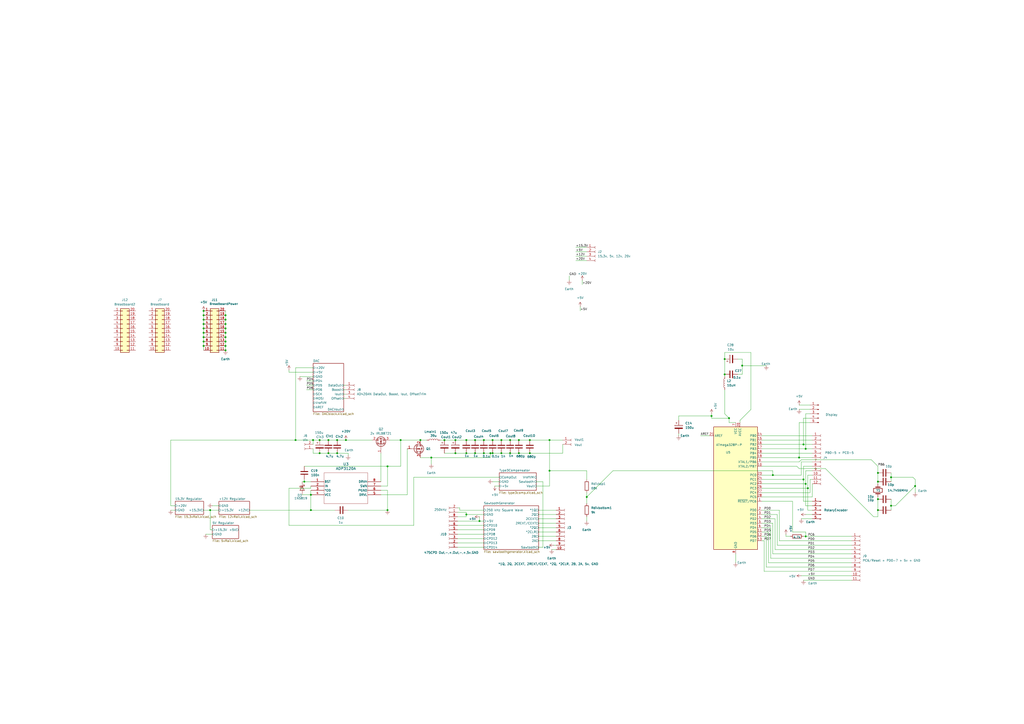
<source format=kicad_sch>
(kicad_sch (version 20250114) (generator "eeschema") (generator_version "9.0")
  (paper "A2")
  (lib_symbols
    (symbol "2025-05-23_17-29-28:ADP3120AJRZ-RL" (pin_names (offset 0.254))
      (property "Reference" "U" (at 20.32 10.16 0))
      (property "Value" "ADP3120AJRZ-RL" (at 20.32 7.62 0))
      (symbol "ADP3120AJRZ-RL_0_1"
        (pin unspecified line (at 0 0 0) (length 7.62) (name "BST") (number "1"))
        (pin input line (at 0 -2.54 0) (length 7.62) (name "IN") (number "2"))
        (pin output line (at 0 -5.08 0) (length 7.62) (name "*OD") (number "3"))
        (pin power_in line (at 0 -7.62 0) (length 7.62) (name "VCC") (number "4"))
        (pin output line (at 40.64 0 180) (length 7.62) (name "DRVH") (number "8"))
        (pin unspecified line (at 40.64 -2.54 180) (length 7.62) (name "SWN") (number "7"))
        (pin power_in line (at 40.64 -5.08 180) (length 7.62) (name "PGND") (number "6"))
        (pin output line (at 40.64 -7.62 180) (length 7.62) (name "DRVL") (number "5"))
      )
    )
    (symbol "Connector:Conn_01x02_Socket" (pin_names (offset 1.016) (hide yes))
      (property "Reference" "J" (at 0 2.54 0))
      (property "Value" "Conn_01x02_Socket" (at 0 -5.08 0))
      (symbol "Conn_01x02_Socket_1_1"
        (pin passive line (at -5.08 0 0) (length 3.81) (name "Pin_1") (number "1"))
        (pin passive line (at -5.08 -2.54 0) (length 3.81) (name "Pin_2") (number "2"))
      )
    )
    (symbol "Connector:Conn_01x04_Socket" (pin_names (offset 1.016) (hide yes))
      (property "Reference" "J" (at 0 5.08 0))
      (property "Value" "Conn_01x04_Socket" (at 0 -7.62 0))
      (symbol "Conn_01x04_Socket_1_1"
        (pin passive line (at -5.08 2.54 0) (length 3.81) (name "Pin_1") (number "1"))
        (pin passive line (at -5.08 0 0) (length 3.81) (name "Pin_2") (number "2"))
        (pin passive line (at -5.08 -2.54 0) (length 3.81) (name "Pin_3") (number "3"))
        (pin passive line (at -5.08 -5.08 0) (length 3.81) (name "Pin_4") (number "4"))
      )
    )
    (symbol "Connector:Conn_01x05_Pin" (pin_names (offset 1.016) (hide yes))
      (property "Reference" "J" (at 0 7.62 0))
      (property "Value" "Conn_01x05_Pin" (at 0 -7.62 0))
      (symbol "Conn_01x05_Pin_1_1"
        (pin passive line (at 5.08 5.08 180) (length 3.81) (name "Pin_1") (number "1"))
        (pin passive line (at 5.08 2.54 180) (length 3.81) (name "Pin_2") (number "2"))
        (pin passive line (at 5.08 0 180) (length 3.81) (name "Pin_3") (number "3"))
        (pin passive line (at 5.08 -2.54 180) (length 3.81) (name "Pin_4") (number "4"))
        (pin passive line (at 5.08 -5.08 180) (length 3.81) (name "Pin_5") (number "5"))
      )
    )
    (symbol "Connector:Conn_01x08_Socket" (pin_names (offset 1.016) (hide yes))
      (property "Reference" "J" (at 0 10.16 0))
      (property "Value" "Conn_01x08_Socket" (at 0 -12.7 0))
      (symbol "Conn_01x08_Socket_1_1"
        (pin passive line (at -5.08 7.62 0) (length 3.81) (name "Pin_1") (number "1"))
        (pin passive line (at -5.08 5.08 0) (length 3.81) (name "Pin_2") (number "2"))
        (pin passive line (at -5.08 2.54 0) (length 3.81) (name "Pin_3") (number "3"))
        (pin passive line (at -5.08 0 0) (length 3.81) (name "Pin_4") (number "4"))
        (pin passive line (at -5.08 -2.54 0) (length 3.81) (name "Pin_5") (number "5"))
        (pin passive line (at -5.08 -5.08 0) (length 3.81) (name "Pin_6") (number "6"))
        (pin passive line (at -5.08 -7.62 0) (length 3.81) (name "Pin_7") (number "7"))
        (pin passive line (at -5.08 -10.16 0) (length 3.81) (name "Pin_8") (number "8"))
      )
    )
    (symbol "Connector:Conn_01x10_Socket" (pin_names (offset 1.016) (hide yes))
      (property "Reference" "J" (at 0 12.7 0))
      (property "Value" "Conn_01x10_Socket" (at 0 -15.24 0))
      (symbol "Conn_01x10_Socket_1_1"
        (pin passive line (at -5.08 10.16 0) (length 3.81) (name "Pin_1") (number "1"))
        (pin passive line (at -5.08 7.62 0) (length 3.81) (name "Pin_2") (number "2"))
        (pin passive line (at -5.08 5.08 0) (length 3.81) (name "Pin_3") (number "3"))
        (pin passive line (at -5.08 2.54 0) (length 3.81) (name "Pin_4") (number "4"))
        (pin passive line (at -5.08 0 0) (length 3.81) (name "Pin_5") (number "5"))
        (pin passive line (at -5.08 -2.54 0) (length 3.81) (name "Pin_6") (number "6"))
        (pin passive line (at -5.08 -5.08 0) (length 3.81) (name "Pin_7") (number "7"))
        (pin passive line (at -5.08 -7.62 0) (length 3.81) (name "Pin_8") (number "8"))
        (pin passive line (at -5.08 -10.16 0) (length 3.81) (name "Pin_9") (number "9"))
        (pin passive line (at -5.08 -12.7 0) (length 3.81) (name "Pin_10") (number "10"))
      )
    )
    (symbol "Connector:Conn_01x11_Socket" (pin_names (offset 1.016) (hide yes))
      (property "Reference" "J" (at 0 15.24 0))
      (property "Value" "Conn_01x11_Socket" (at 0 -15.24 0))
      (symbol "Conn_01x11_Socket_1_1"
        (pin passive line (at -5.08 12.7 0) (length 3.81) (name "Pin_1") (number "1"))
        (pin passive line (at -5.08 10.16 0) (length 3.81) (name "Pin_2") (number "2"))
        (pin passive line (at -5.08 7.62 0) (length 3.81) (name "Pin_3") (number "3"))
        (pin passive line (at -5.08 5.08 0) (length 3.81) (name "Pin_4") (number "4"))
        (pin passive line (at -5.08 2.54 0) (length 3.81) (name "Pin_5") (number "5"))
        (pin passive line (at -5.08 0 0) (length 3.81) (name "Pin_6") (number "6"))
        (pin passive line (at -5.08 -2.54 0) (length 3.81) (name "Pin_7") (number "7"))
        (pin passive line (at -5.08 -5.08 0) (length 3.81) (name "Pin_8") (number "8"))
        (pin passive line (at -5.08 -7.62 0) (length 3.81) (name "Pin_9") (number "9"))
        (pin passive line (at -5.08 -10.16 0) (length 3.81) (name "Pin_10") (number "10"))
        (pin passive line (at -5.08 -12.7 0) (length 3.81) (name "Pin_11") (number "11"))
      )
    )
    (symbol "Connector:Conn_01x12_Socket" (pin_names (offset 1.016) (hide yes))
      (property "Reference" "J" (at 0 15.24 0))
      (property "Value" "Conn_01x12_Socket" (at 0 -17.78 0))
      (symbol "Conn_01x12_Socket_1_1"
        (pin passive line (at -5.08 12.7 0) (length 3.81) (name "Pin_1") (number "1"))
        (pin passive line (at -5.08 10.16 0) (length 3.81) (name "Pin_2") (number "2"))
        (pin passive line (at -5.08 7.62 0) (length 3.81) (name "Pin_3") (number "3"))
        (pin passive line (at -5.08 5.08 0) (length 3.81) (name "Pin_4") (number "4"))
        (pin passive line (at -5.08 2.54 0) (length 3.81) (name "Pin_5") (number "5"))
        (pin passive line (at -5.08 0 0) (length 3.81) (name "Pin_6") (number "6"))
        (pin passive line (at -5.08 -2.54 0) (length 3.81) (name "Pin_7") (number "7"))
        (pin passive line (at -5.08 -5.08 0) (length 3.81) (name "Pin_8") (number "8"))
        (pin passive line (at -5.08 -7.62 0) (length 3.81) (name "Pin_9") (number "9"))
        (pin passive line (at -5.08 -10.16 0) (length 3.81) (name "Pin_10") (number "10"))
        (pin passive line (at -5.08 -12.7 0) (length 3.81) (name "Pin_11") (number "11"))
        (pin passive line (at -5.08 -15.24 0) (length 3.81) (name "Pin_12") (number "12"))
      )
    )
    (symbol "Connector_Generic:Conn_02x10_Counter_Clockwise" (pin_names (offset 1.016) (hide yes))
      (property "Reference" "J" (at 1.27 12.7 0))
      (property "Value" "Conn_02x10_Counter_Clockwise" (at 1.27 -15.24 0))
      (symbol "Conn_02x10_Counter_Clockwise_1_1"
        (pin passive line (at -5.08 10.16 0) (length 3.81) (name "Pin_1") (number "1"))
        (pin passive line (at -5.08 7.62 0) (length 3.81) (name "Pin_2") (number "2"))
        (pin passive line (at -5.08 5.08 0) (length 3.81) (name "Pin_3") (number "3"))
        (pin passive line (at -5.08 2.54 0) (length 3.81) (name "Pin_4") (number "4"))
        (pin passive line (at -5.08 0 0) (length 3.81) (name "Pin_5") (number "5"))
        (pin passive line (at -5.08 -2.54 0) (length 3.81) (name "Pin_6") (number "6"))
        (pin passive line (at -5.08 -5.08 0) (length 3.81) (name "Pin_7") (number "7"))
        (pin passive line (at -5.08 -7.62 0) (length 3.81) (name "Pin_8") (number "8"))
        (pin passive line (at -5.08 -10.16 0) (length 3.81) (name "Pin_9") (number "9"))
        (pin passive line (at -5.08 -12.7 0) (length 3.81) (name "Pin_10") (number "10"))
        (pin passive line (at 7.62 10.16 180) (length 3.81) (name "Pin_20") (number "20"))
        (pin passive line (at 7.62 7.62 180) (length 3.81) (name "Pin_19") (number "19"))
        (pin passive line (at 7.62 5.08 180) (length 3.81) (name "Pin_18") (number "18"))
        (pin passive line (at 7.62 2.54 180) (length 3.81) (name "Pin_17") (number "17"))
        (pin passive line (at 7.62 0 180) (length 3.81) (name "Pin_16") (number "16"))
        (pin passive line (at 7.62 -2.54 180) (length 3.81) (name "Pin_15") (number "15"))
        (pin passive line (at 7.62 -5.08 180) (length 3.81) (name "Pin_14") (number "14"))
        (pin passive line (at 7.62 -7.62 180) (length 3.81) (name "Pin_13") (number "13"))
        (pin passive line (at 7.62 -10.16 180) (length 3.81) (name "Pin_12") (number "12"))
        (pin passive line (at 7.62 -12.7 180) (length 3.81) (name "Pin_11") (number "11"))
      )
    )
    (symbol "Device:C" (pin_numbers (hide yes)) (pin_names (offset 0.254))
      (property "Reference" "C" (at 0.635 2.54 0))
      (property "Value" "C" (at 0.635 -2.54 0))
      (symbol "C_1_1"
        (pin passive line (at 0 3.81 270) (length 2.794) (name "~") (number "1"))
        (pin passive line (at 0 -3.81 90) (length 2.794) (name "~") (number "2"))
      )
    )
    (symbol "Device:C_Polarized" (pin_numbers (hide yes)) (pin_names (offset 0.254))
      (property "Reference" "C" (at 0.635 2.54 0))
      (property "Value" "C_Polarized" (at 0.635 -2.54 0))
      (symbol "C_Polarized_1_1"
        (pin passive line (at 0 3.81 270) (length 2.794) (name "~") (number "1"))
        (pin passive line (at 0 -3.81 90) (length 2.794) (name "~") (number "2"))
      )
    )
    (symbol "Device:Crystal" (pin_numbers (hide yes)) (pin_names (offset 1.016) (hide yes))
      (property "Reference" "Y" (at 0 3.81 0))
      (property "Value" "Crystal" (at 0 -3.81 0))
      (symbol "Crystal_1_1"
        (pin passive line (at -3.81 0 0) (length 1.27) (name "1") (number "1"))
        (pin passive line (at 3.81 0 180) (length 1.27) (name "2") (number "2"))
      )
    )
    (symbol "Device:L" (pin_numbers (hide yes)) (pin_names (offset 1.016) (hide yes))
      (property "Reference" "L" (at -1.27 0 90))
      (property "Value" "L" (at 1.905 0 90))
      (symbol "L_1_1"
        (pin passive line (at 0 3.81 270) (length 1.27) (name "1") (number "1"))
        (pin passive line (at 0 -3.81 90) (length 1.27) (name "2") (number "2"))
      )
    )
    (symbol "Device:R" (pin_numbers (hide yes)) (pin_names (offset 0))
      (property "Reference" "R" (at 2.54 0 90))
      (property "Value" "R" (at 0 0 90))
      (symbol "R_1_1"
        (pin passive line (at 0 3.81 270) (length 1.27) (name "~") (number "1"))
        (pin passive line (at 0 -3.81 90) (length 1.27) (name "~") (number "2"))
      )
    )
    (symbol "Diode:1N5819" (pin_numbers (hide yes)) (pin_names (offset 1.016) (hide yes))
      (property "Reference" "D" (at 0 2.54 0))
      (property "Value" "1N5819" (at 0 -2.54 0))
      (symbol "1N5819_1_1"
        (pin passive line (at -3.81 0 0) (length 2.54) (name "K") (number "1"))
        (pin passive line (at 3.81 0 180) (length 2.54) (name "A") (number "2"))
      )
    )
    (symbol "MCU_Microchip_ATmega:ATmega328P-P"
      (property "Reference" "U" (at -12.7 36.83 0))
      (property "Value" "ATmega328P-P" (at 2.54 -36.83 0))
      (symbol "ATmega328P-P_1_1"
        (pin passive line (at -15.24 30.48 0) (length 2.54) (name "AREF") (number "21"))
        (pin power_in line (at 0 38.1 270) (length 2.54) (name "VCC") (number "7"))
        (pin passive line (at 0 -38.1 90) (length 2.54) (hide yes) (name "GND") (number "22"))
        (pin power_in line (at 0 -38.1 90) (length 2.54) (name "GND") (number "8"))
        (pin power_in line (at 2.54 38.1 270) (length 2.54) (name "AVCC") (number "20"))
        (pin bidirectional line (at 15.24 30.48 180) (length 2.54) (name "PB0") (number "14"))
        (pin bidirectional line (at 15.24 27.94 180) (length 2.54) (name "PB1") (number "15"))
        (pin bidirectional line (at 15.24 25.4 180) (length 2.54) (name "PB2") (number "16"))
        (pin bidirectional line (at 15.24 22.86 180) (length 2.54) (name "PB3") (number "17"))
        (pin bidirectional line (at 15.24 20.32 180) (length 2.54) (name "PB4") (number "18"))
        (pin bidirectional line (at 15.24 17.78 180) (length 2.54) (name "PB5") (number "19"))
        (pin bidirectional line (at 15.24 15.24 180) (length 2.54) (name "XTAL1/PB6") (number "9"))
        (pin bidirectional line (at 15.24 12.7 180) (length 2.54) (name "XTAL2/PB7") (number "10"))
        (pin bidirectional line (at 15.24 7.62 180) (length 2.54) (name "PC0") (number "23"))
        (pin bidirectional line (at 15.24 5.08 180) (length 2.54) (name "PC1") (number "24"))
        (pin bidirectional line (at 15.24 2.54 180) (length 2.54) (name "PC2") (number "25"))
        (pin bidirectional line (at 15.24 0 180) (length 2.54) (name "PC3") (number "26"))
        (pin bidirectional line (at 15.24 -2.54 180) (length 2.54) (name "PC4") (number "27"))
        (pin bidirectional line (at 15.24 -5.08 180) (length 2.54) (name "PC5") (number "28"))
        (pin bidirectional line (at 15.24 -7.62 180) (length 2.54) (name "~{RESET}/PC6") (number "1"))
        (pin bidirectional line (at 15.24 -12.7 180) (length 2.54) (name "PD0") (number "2"))
        (pin bidirectional line (at 15.24 -15.24 180) (length 2.54) (name "PD1") (number "3"))
        (pin bidirectional line (at 15.24 -17.78 180) (length 2.54) (name "PD2") (number "4"))
        (pin bidirectional line (at 15.24 -20.32 180) (length 2.54) (name "PD3") (number "5"))
        (pin bidirectional line (at 15.24 -22.86 180) (length 2.54) (name "PD4") (number "6"))
        (pin bidirectional line (at 15.24 -25.4 180) (length 2.54) (name "PD5") (number "11"))
        (pin bidirectional line (at 15.24 -27.94 180) (length 2.54) (name "PD6") (number "12"))
        (pin bidirectional line (at 15.24 -30.48 180) (length 2.54) (name "PD7") (number "13"))
      )
    )
    (symbol "Transistor_FET:IRLB8721PBF" (pin_names (hide yes))
      (property "Reference" "Q" (at 5.08 1.905 0))
      (property "Value" "IRLB8721PBF" (at 5.08 0 0))
      (symbol "IRLB8721PBF_1_1"
        (pin input line (at -5.08 0 0) (length 2.54) (name "G") (number "1"))
        (pin passive line (at 2.54 5.08 270) (length 2.54) (name "D") (number "2"))
        (pin passive line (at 2.54 -5.08 90) (length 2.54) (name "S") (number "3"))
      )
    )
    (symbol "power:+24V" (power) (pin_numbers (hide yes)) (pin_names (offset 0) (hide yes))
      (property "Value" "+24V" (at 0 3.556 0))
      (symbol "+24V_1_1"
        (pin power_in line (at 0 0 90) (length 0) (name "~") (number "1"))
      )
    )
    (symbol "power:+5V" (power) (pin_numbers (hide yes)) (pin_names (offset 0) (hide yes))
      (property "Value" "+5V" (at 0 3.556 0))
      (symbol "+5V_1_1"
        (pin power_in line (at 0 0 90) (length 0) (name "~") (number "1"))
      )
    )
    (symbol "power:Earth" (power) (pin_numbers (hide yes)) (pin_names (offset 0) (hide yes))
      (property "Value" "Earth" (at 0 -3.81 0))
      (symbol "Earth_1_1"
        (pin power_in line (at 0 0 270) (length 0) (name "~") (number "1"))
      )
    )
  )
  (text "Added lowpass from Vcc to AVcc 7/2\n" (at -72.39 134.62 0) (effects (font (size 1.27 1.27))))
  (text "Read datasheet for specifics on layout and values as well as communication\n\n" (at -76.962 161.544 0) (effects (font (size 1.27 1.27))))
  (text "LowPass filter for Analog sensitive AVCC,\nplace 10uF a little away from the lowpass with 0.1uF and 10uH" (at -73.152 85.598 0) (effects (font (size 1.27 1.27))))
  (text "needs connect to ad420 for precision 2.5vref\n" (at -71.628 154.432 0) (effects (font (size 1.27 1.27))))
  (text "Aref ideally should be close to 2.5v, although measurement will be needed to confirm, \nand exact resistance of the divider at the buffer can be adjusted" (at -74.422 98.806 0) (effects (font (size 1.27 1.27))))
  (text "From what I last remember, this sawtooth has 2.25v amplitude. Will need to test on PCB and possibly adjust the resistors." (at -71.12 192.786 0) (effects (font (size 1.27 1.27))))
  (text "Need to add AT LEAST!!! (1.3W dissipation out of 2W rating if 10ohm)\n50 or 100ohm resistor in series with pot so at lower end, not much power dissipates.\nCould just do a 10k or higher and just map pot adc range differently, \nI already need to for the 8.2 and 10.05k ohm bias, \nmight as well with an extra 10k, but be precise." (at -76.2 120.396 0) (effects (font (size 1.27 1.27))))
  (text "This maps 20v to 0-2.3v for ADC (if displaying output, instead of setpoint)\n" (at -74.93 107.696 0) (effects (font (size 1.27 1.27))))
  (text "Added reset pullup, potbias resistor, adc pc0 read\n7/1" (at -69.342 143.764 0) (effects (font (size 1.27 1.27))))
  (text "15.3v if exactly 2.7k (no more!!)\n" (at -78.232 170.688 0) (effects (font (size 1.27 1.27))))
  (text "250kHz square wave input" (at -83.058 180.086 0) (effects (font (size 1.27 1.27))))
  (junction (at 118.11 185.42))
  (junction (at 307.34 262.89))
  (junction (at 516.89 293.37))
  (junction (at 422.91 242.57))
  (junction (at 130.81 200.66))
  (junction (at 250.19 265.43))
  (junction (at 284.48 262.89))
  (junction (at 278.13 302.26))
  (junction (at 420.37 217.17))
  (junction (at 467.36 260.35))
  (junction (at 118.11 195.58))
  (junction (at 130.81 187.96))
  (junction (at 318.77 273.05))
  (junction (at 300.99 255.27))
  (junction (at 118.11 182.88))
  (junction (at 118.11 198.12))
  (junction (at 171.45 255.27))
  (junction (at 190.5 262.89))
  (junction (at 190.5 255.27))
  (junction (at 270.51 255.27))
  (junction (at 118.11 200.66))
  (junction (at 224.79 295.91))
  (junction (at 509.27 295.91))
  (junction (at 467.36 311.15))
  (junction (at 185.42 255.27))
  (junction (at 285.75 255.27))
  (junction (at 307.34 255.27))
  (junction (at 195.58 255.27))
  (junction (at 295.91 255.27))
  (junction (at 118.11 193.04))
  (junction (at 118.11 190.5))
  (junction (at 280.67 262.89))
  (junction (at 130.81 190.5))
  (junction (at 130.81 198.12))
  (junction (at 130.81 203.2))
  (junction (at 195.58 262.89))
  (junction (at 285.75 262.89))
  (junction (at 509.27 274.32))
  (junction (at 466.09 257.81))
  (junction (at 275.59 255.27))
  (junction (at 530.86 281.94))
  (junction (at 412.75 241.3))
  (junction (at 176.53 279.4))
  (junction (at 420.37 208.28))
  (junction (at 118.11 187.96))
  (junction (at 130.81 193.04))
  (junction (at 468.63 283.21))
  (junction (at 270.51 262.89))
  (junction (at 467.36 280.67))
  (junction (at 340.36 288.29))
  (junction (at 290.83 262.89))
  (junction (at 466.09 278.13))
  (junction (at 180.34 295.91))
  (junction (at 509.27 289.56))
  (junction (at 257.81 255.27))
  (junction (at 318.77 255.27))
  (junction (at 300.99 262.89))
  (junction (at 185.42 262.89))
  (junction (at 270.51 298.45))
  (junction (at 264.16 255.27))
  (junction (at 243.84 255.27))
  (junction (at 275.59 262.89))
  (junction (at 121.92 295.91))
  (junction (at 181.61 255.27))
  (junction (at 232.41 255.27))
  (junction (at 430.53 212.09))
  (junction (at 180.34 287.02))
  (junction (at 463.55 265.43))
  (junction (at 200.66 255.27))
  (junction (at 509.27 279.4))
  (junction (at 448.31 275.59))
  (junction (at 280.67 255.27))
  (junction (at 130.81 195.58))
  (junction (at 224.79 270.51))
  (junction (at 118.11 180.34))
  (junction (at 130.81 182.88))
  (junction (at 516.89 276.86))
  (junction (at 264.16 262.89))
  (junction (at 130.81 185.42))
  (junction (at 290.83 255.27))
  (junction (at 295.91 262.89))
  (wire (pts (xy 506.73 299.72) (xy 509.27 299.72)))
  (wire (pts (xy 393.7 251.46) (xy 393.7 252.73)))
  (wire (pts (xy 250.19 265.43) (xy 284.48 265.43)))
  (wire (pts (xy 266.7 294.64) (xy 266.7 295.91)))
  (wire (pts (xy 318.77 255.27) (xy 326.39 255.27)))
  (wire (pts (xy 334.01 143.51) (xy 340.36 143.51)))
  (wire (pts (xy 275.59 262.89) (xy 280.67 262.89)))
  (wire (pts (xy 466.09 278.13) (xy 466.09 290.83)))
  (wire (pts (xy 265.43 312.42) (xy 280.67 312.42)))
  (wire (pts (xy 285.75 262.89) (xy 290.83 262.89)))
  (wire (pts (xy 516.89 293.37) (xy 516.89 295.91)))
  (wire (pts (xy 530.86 278.13) (xy 529.59 276.86)))
  (wire (pts (xy 393.7 241.3) (xy 412.75 241.3)))
  (wire (pts (xy 264.16 255.27) (xy 270.51 255.27)))
  (wire (pts (xy 467.36 273.05) (xy 471.17 273.05)))
  (wire (pts (xy 240.03 276.86) (xy 240.03 304.8)))
  (wire (pts (xy 236.22 260.35) (xy 236.22 287.02)))
  (wire (pts (xy 121.92 307.34) (xy 121.92 295.91)))
  (wire (pts (xy 516.89 293.37) (xy 519.43 293.37)))
  (wire (pts (xy 509.27 289.56) (xy 509.27 295.91)))
  (wire (pts (xy 445.77 308.61) (xy 445.77 326.39)))
  (wire (pts (xy 185.42 262.89) (xy 190.5 262.89)))
  (wire (pts (xy 200.66 255.27) (xy 215.9 255.27)))
  (wire (pts (xy 334.01 148.59) (xy 340.36 148.59)))
  (wire (pts (xy 300.99 255.27) (xy 307.34 255.27)))
  (wire (pts (xy 118.11 180.34) (xy 118.11 182.88)))
  (wire (pts (xy 422.91 245.11) (xy 426.72 245.11)))
  (wire (pts (xy 519.43 293.37) (xy 530.86 281.94)))
  (wire (pts (xy 448.31 303.53) (xy 448.31 321.31)))
  (wire (pts (xy 265.43 307.34) (xy 280.67 307.34)))
  (wire (pts (xy 340.36 285.75) (xy 340.36 288.29)))
  (wire (pts (xy 118.11 187.96) (xy 118.11 190.5)))
  (wire (pts (xy 167.64 215.9) (xy 167.64 214.63)))
  (wire (pts (xy 467.36 273.05) (xy 467.36 280.67)))
  (wire (pts (xy 464.82 266.7) (xy 505.46 266.7)))
  (wire (pts (xy 509.27 274.32) (xy 509.27 279.4)))
  (wire (pts (xy 340.36 288.29) (xy 340.36 292.1)))
  (wire (pts (xy 220.98 262.89) (xy 220.98 279.4)))
  (wire (pts (xy 412.75 242.57) (xy 422.91 242.57)))
  (wire (pts (xy 463.55 245.11) (xy 463.55 265.43)))
  (wire (pts (xy 278.13 302.26) (xy 280.67 302.26)))
  (wire (pts (xy 265.43 297.18) (xy 270.51 297.18)))
  (wire (pts (xy 180.34 284.48) (xy 180.34 287.02)))
  (wire (pts (xy 441.96 285.75) (xy 469.9 285.75)))
  (wire (pts (xy 426.72 321.31) (xy 426.72 326.39)))
  (wire (pts (xy 130.81 200.66) (xy 130.81 203.2)))
  (wire (pts (xy 180.34 283.21) (xy 180.34 281.94)))
  (wire (pts (xy 123.19 293.37) (xy 127 293.37)))
  (wire (pts (xy 195.58 255.27) (xy 200.66 255.27)))
  (wire (pts (xy 466.09 257.81) (xy 471.17 257.81)))
  (wire (pts (xy 516.89 276.86) (xy 516.89 274.32)))
  (wire (pts (xy 441.96 290.83) (xy 459.74 290.83)))
  (wire (pts (xy 441.96 267.97) (xy 463.55 267.97)))
  (wire (pts (xy 441.96 275.59) (xy 448.31 275.59)))
  (wire (pts (xy 505.46 266.7) (xy 509.27 270.51)))
  (wire (pts (xy 468.63 295.91) (xy 471.17 295.91)))
  (wire (pts (xy 467.36 280.67) (xy 467.36 293.37)))
  (wire (pts (xy 130.81 185.42) (xy 130.81 187.96)))
  (wire (pts (xy 463.55 265.43) (xy 471.17 265.43)))
  (wire (pts (xy 441.96 262.89) (xy 471.17 262.89)))
  (wire (pts (xy 123.19 307.34) (xy 121.92 307.34)))
  (wire (pts (xy 257.81 255.27) (xy 264.16 255.27)))
  (wire (pts (xy 285.75 255.27) (xy 290.83 255.27)))
  (wire (pts (xy 224.79 270.51) (xy 224.79 281.94)))
  (wire (pts (xy 118.11 295.91) (xy 121.92 295.91)))
  (wire (pts (xy 175.26 287.02) (xy 180.34 287.02)))
  (wire (pts (xy 448.31 273.05) (xy 355.6 273.05)))
  (wire (pts (xy 516.89 276.86) (xy 529.59 276.86)))
  (wire (pts (xy 284.48 262.89) (xy 280.67 262.89)))
  (wire (pts (xy 530.86 278.13) (xy 530.86 281.94)))
  (wire (pts (xy 226.06 255.27) (xy 232.41 255.27)))
  (wire (pts (xy 240.03 304.8) (xy 167.64 304.8)))
  (wire (pts (xy 199.39 228.6) (xy 200.66 228.6)))
  (wire (pts (xy 412.75 240.03) (xy 412.75 241.3)))
  (wire (pts (xy 311.15 281.94) (xy 318.77 281.94)))
  (wire (pts (xy 307.34 255.27) (xy 318.77 255.27)))
  (wire (pts (xy 441.96 280.67) (xy 467.36 280.67)))
  (wire (pts (xy 412.75 241.3) (xy 412.75 242.57)))
  (wire (pts (xy 195.58 262.89) (xy 201.93 262.89)))
  (wire (pts (xy 289.56 281.94) (xy 287.02 281.94)))
  (wire (pts (xy 441.96 265.43) (xy 463.55 265.43)))
  (wire (pts (xy 290.83 262.89) (xy 295.91 262.89)))
  (wire (pts (xy 355.6 273.05) (xy 340.36 288.29)))
  (wire (pts (xy 467.36 311.15) (xy 494.03 311.15)))
  (wire (pts (xy 462.28 270.51) (xy 463.55 271.78)))
  (wire (pts (xy 443.23 313.69) (xy 443.23 331.47)))
  (wire (pts (xy 466.09 270.51) (xy 471.17 270.51)))
  (wire (pts (xy 452.12 313.69) (xy 494.03 313.69)))
  (wire (pts (xy 307.34 262.89) (xy 326.39 262.89)))
  (wire (pts (xy 435.61 237.49) (xy 429.26 243.84)))
  (wire (pts (xy 441.96 288.29) (xy 471.17 288.29)))
  (wire (pts (xy 295.91 262.89) (xy 300.99 262.89)))
  (wire (pts (xy 471.17 280.67) (xy 471.17 288.29)))
  (wire (pts (xy 406.4 252.73) (xy 411.48 252.73)))
  (wire (pts (xy 463.55 234.95) (xy 469.9 234.95)))
  (wire (pts (xy 509.27 279.4) (xy 509.27 280.67)))
  (wire (pts (xy 321.31 316.23) (xy 322.58 316.23)))
  (wire (pts (xy 171.45 213.36) (xy 171.45 255.27)))
  (wire (pts (xy 177.8 223.52) (xy 181.61 223.52)))
  (wire (pts (xy 450.85 316.23) (xy 494.03 316.23)))
  (wire (pts (xy 270.51 299.72) (xy 265.43 299.72)))
  (wire (pts (xy 280.67 255.27) (xy 285.75 255.27)))
  (wire (pts (xy 181.61 215.9) (xy 167.64 215.9)))
  (wire (pts (xy 130.81 190.5) (xy 130.81 193.04)))
  (wire (pts (xy 167.64 283.21) (xy 180.34 283.21)))
  (wire (pts (xy 430.53 212.09) (xy 430.53 217.17)))
  (wire (pts (xy 130.81 180.34) (xy 130.81 182.88)))
  (wire (pts (xy 441.96 252.73) (xy 471.17 252.73)))
  (wire (pts (xy 181.61 213.36) (xy 171.45 213.36)))
  (wire (pts (xy 312.42 313.69) (xy 322.58 313.69)))
  (wire (pts (xy 435.61 204.47) (xy 420.37 204.47)))
  (wire (pts (xy 118.11 195.58) (xy 118.11 198.12)))
  (wire (pts (xy 250.19 269.24) (xy 250.19 265.43)))
  (wire (pts (xy 449.58 318.77) (xy 494.03 318.77)))
  (wire (pts (xy 334.01 146.05) (xy 340.36 146.05)))
  (wire (pts (xy 118.11 182.88) (xy 118.11 185.42)))
  (wire (pts (xy 509.27 288.29) (xy 509.27 289.56)))
  (wire (pts (xy 337.82 162.56) (xy 337.82 165.1)))
  (wire (pts (xy 466.09 270.51) (xy 466.09 278.13)))
  (wire (pts (xy 468.63 275.59) (xy 468.63 283.21)))
  (wire (pts (xy 232.41 255.27) (xy 232.41 270.51)))
  (wire (pts (xy 441.96 260.35) (xy 467.36 260.35)))
  (wire (pts (xy 430.53 208.28) (xy 430.53 212.09)))
  (wire (pts (xy 270.51 298.45) (xy 270.51 299.72)))
  (wire (pts (xy 516.89 279.4) (xy 516.89 276.86)))
  (wire (pts (xy 130.81 182.88) (xy 130.81 185.42)))
  (wire (pts (xy 420.37 217.17) (xy 420.37 218.44)))
  (wire (pts (xy 441.96 303.53) (xy 448.31 303.53)))
  (wire (pts (xy 444.5 328.93) (xy 494.03 328.93)))
  (wire (pts (xy 224.79 281.94) (xy 220.98 281.94)))
  (wire (pts (xy 314.96 279.4) (xy 311.15 279.4)))
  (wire (pts (xy 144.78 295.91) (xy 180.34 295.91)))
  (wire (pts (xy 295.91 255.27) (xy 300.99 255.27)))
  (wire (pts (xy 176.53 278.13) (xy 176.53 279.4)))
  (wire (pts (xy 448.31 273.05) (xy 448.31 275.59)))
  (wire (pts (xy 443.23 331.47) (xy 494.03 331.47)))
  (wire (pts (xy 441.96 306.07) (xy 447.04 306.07)))
  (wire (pts (xy 312.42 308.61) (xy 322.58 308.61)))
  (wire (pts (xy 173.99 218.44) (xy 181.61 218.44)))
  (wire (pts (xy 441.96 257.81) (xy 466.09 257.81)))
  (wire (pts (xy 430.53 212.09) (xy 444.5 212.09)))
  (wire (pts (xy 289.56 276.86) (xy 240.03 276.86)))
  (wire (pts (xy 265.43 317.5) (xy 280.67 317.5)))
  (wire (pts (xy 445.77 326.39) (xy 494.03 326.39)))
  (wire (pts (xy 450.85 316.23) (xy 450.85 298.45)))
  (wire (pts (xy 312.42 303.53) (xy 322.58 303.53)))
  (wire (pts (xy 441.96 300.99) (xy 449.58 300.99)))
  (wire (pts (xy 265.43 294.64) (xy 266.7 294.64)))
  (wire (pts (xy 265.43 304.8) (xy 280.67 304.8)))
  (wire (pts (xy 448.31 275.59) (xy 464.82 275.59)))
  (wire (pts (xy 441.96 270.51) (xy 462.28 270.51)))
  (wire (pts (xy 467.36 240.03) (xy 467.36 260.35)))
  (wire (pts (xy 220.98 284.48) (xy 224.79 284.48)))
  (wire (pts (xy 312.42 317.5) (xy 314.96 317.5)))
  (wire (pts (xy 318.77 281.94) (xy 318.77 273.05)))
  (wire (pts (xy 312.42 300.99) (xy 322.58 300.99)))
  (wire (pts (xy 130.81 195.58) (xy 130.81 198.12)))
  (wire (pts (xy 99.06 293.37) (xy 99.06 255.27)))
  (wire (pts (xy 330.2 160.02) (xy 330.2 162.56)))
  (wire (pts (xy 243.84 265.43) (xy 250.19 265.43)))
  (wire (pts (xy 275.59 255.27) (xy 280.67 255.27)))
  (wire (pts (xy 441.96 313.69) (xy 443.23 313.69)))
  (wire (pts (xy 427.99 217.17) (xy 430.53 217.17)))
  (wire (pts (xy 99.06 255.27) (xy 171.45 255.27)))
  (wire (pts (xy 466.09 311.15) (xy 467.36 311.15)))
  (wire (pts (xy 130.81 187.96) (xy 130.81 190.5)))
  (wire (pts (xy 466.09 242.57) (xy 466.09 257.81)))
  (wire (pts (xy 464.82 267.97) (xy 471.17 267.97)))
  (wire (pts (xy 266.7 295.91) (xy 280.67 295.91)))
  (wire (pts (xy 455.93 311.15) (xy 458.47 311.15)))
  (wire (pts (xy 463.55 267.97) (xy 464.82 266.7)))
  (wire (pts (xy 181.61 262.89) (xy 185.42 262.89)))
  (wire (pts (xy 441.96 283.21) (xy 468.63 283.21)))
  (wire (pts (xy 469.9 278.13) (xy 469.9 285.75)))
  (wire (pts (xy 463.55 245.11) (xy 469.9 245.11)))
  (wire (pts (xy 284.48 262.89) (xy 284.48 265.43)))
  (wire (pts (xy 320.04 318.77) (xy 322.58 318.77)))
  (wire (pts (xy 118.11 193.04) (xy 118.11 195.58)))
  (wire (pts (xy 448.31 321.31) (xy 494.03 321.31)))
  (wire (pts (xy 176.53 270.51) (xy 224.79 270.51)))
  (wire (pts (xy 177.8 226.06) (xy 181.61 226.06)))
  (wire (pts (xy 467.36 298.45) (xy 471.17 298.45)))
  (wire (pts (xy 270.51 298.45) (xy 280.67 298.45)))
  (wire (pts (xy 130.81 193.04) (xy 130.81 195.58)))
  (wire (pts (xy 455.93 309.88) (xy 455.93 311.15)))
  (wire (pts (xy 118.11 198.12) (xy 118.11 200.66)))
  (wire (pts (xy 181.61 262.89) (xy 181.61 260.35)))
  (wire (pts (xy 393.7 241.3) (xy 393.7 243.84)))
  (wire (pts (xy 185.42 255.27) (xy 190.5 255.27)))
  (wire (pts (xy 99.06 295.91) (xy 101.6 295.91)))
  (wire (pts (xy 199.39 231.14) (xy 200.66 231.14)))
  (wire (pts (xy 463.55 237.49) (xy 469.9 237.49)))
  (wire (pts (xy 175.26 279.4) (xy 176.53 279.4)))
  (wire (pts (xy 427.99 208.28) (xy 430.53 208.28)))
  (wire (pts (xy 467.36 308.61) (xy 467.36 311.15)))
  (wire (pts (xy 441.96 295.91) (xy 452.12 295.91)))
  (wire (pts (xy 265.43 302.26) (xy 278.13 302.26)))
  (wire (pts (xy 420.37 208.28) (xy 420.37 217.17)))
  (wire (pts (xy 167.64 304.8) (xy 167.64 283.21)))
  (wire (pts (xy 530.86 281.94) (xy 530.86 285.75)))
  (wire (pts (xy 300.99 262.89) (xy 307.34 262.89)))
  (wire (pts (xy 441.96 308.61) (xy 445.77 308.61)))
  (wire (pts (xy 270.51 255.27) (xy 275.59 255.27)))
  (wire (pts (xy 199.39 223.52) (xy 200.66 223.52)))
  (wire (pts (xy 265.43 309.88) (xy 280.67 309.88)))
  (wire (pts (xy 118.11 185.42) (xy 118.11 187.96)))
  (wire (pts (xy 318.77 273.05) (xy 340.36 273.05)))
  (wire (pts (xy 459.74 308.61) (xy 467.36 308.61)))
  (wire (pts (xy 447.04 323.85) (xy 447.04 306.07)))
  (wire (pts (xy 516.89 289.56) (xy 516.89 293.37)))
  (wire (pts (xy 121.92 295.91) (xy 127 295.91)))
  (wire (pts (xy 176.53 279.4) (xy 180.34 279.4)))
  (wire (pts (xy 243.84 255.27) (xy 247.65 255.27)))
  (wire (pts (xy 290.83 255.27) (xy 295.91 255.27)))
  (wire (pts (xy 265.43 314.96) (xy 280.67 314.96)))
  (wire (pts (xy 444.5 311.15) (xy 444.5 328.93)))
  (wire (pts (xy 468.63 283.21) (xy 468.63 295.91)))
  (wire (pts (xy 466.09 290.83) (xy 471.17 290.83)))
  (wire (pts (xy 441.96 255.27) (xy 471.17 255.27)))
  (wire (pts (xy 255.27 255.27) (xy 257.81 255.27)))
  (wire (pts (xy 171.45 255.27) (xy 181.61 255.27)))
  (wire (pts (xy 468.63 275.59) (xy 471.17 275.59)))
  (wire (pts (xy 466.09 242.57) (xy 469.9 242.57)))
  (wire (pts (xy 459.74 290.83) (xy 459.74 308.61)))
  (wire (pts (xy 326.39 262.89) (xy 326.39 257.81)))
  (wire (pts (xy 449.58 300.99) (xy 449.58 318.77)))
  (wire (pts (xy 463.55 271.78) (xy 478.79 271.78)))
  (wire (pts (xy 123.19 309.88) (xy 119.38 309.88)))
  (wire (pts (xy 270.51 297.18) (xy 270.51 298.45)))
  (wire (pts (xy 312.42 298.45) (xy 322.58 298.45)))
  (wire (pts (xy 284.48 262.89) (xy 285.75 262.89)))
  (wire (pts (xy 420.37 240.03) (xy 422.91 242.57)))
  (wire (pts (xy 220.98 287.02) (xy 236.22 287.02)))
  (wire (pts (xy 190.5 255.27) (xy 195.58 255.27)))
  (wire (pts (xy 270.51 262.89) (xy 275.59 262.89)))
  (wire (pts (xy 336.55 177.8) (xy 336.55 180.34)))
  (wire (pts (xy 464.82 267.97) (xy 464.82 275.59)))
  (wire (pts (xy 181.61 257.81) (xy 181.61 255.27)))
  (wire (pts (xy 118.11 200.66) (xy 118.11 203.2)))
  (wire (pts (xy 177.8 220.98) (xy 181.61 220.98)))
  (wire (pts (xy 478.79 271.78) (xy 506.73 299.72)))
  (wire (pts (xy 334.01 151.13) (xy 340.36 151.13)))
  (wire (pts (xy 312.42 295.91) (xy 322.58 295.91)))
  (wire (pts (xy 224.79 284.48) (xy 224.79 295.91)))
  (wire (pts (xy 180.34 295.91) (xy 194.31 295.91)))
  (wire (pts (xy 509.27 299.72) (xy 509.27 295.91)))
  (wire (pts (xy 429.26 243.84) (xy 429.26 245.11)))
  (wire (pts (xy 340.36 299.72) (xy 340.36 302.26)))
  (wire (pts (xy 180.34 287.02) (xy 180.34 295.91)))
  (wire (pts (xy 447.04 323.85) (xy 494.03 323.85)))
  (wire (pts (xy 312.42 306.07) (xy 322.58 306.07)))
  (wire (pts (xy 190.5 262.89) (xy 195.58 262.89)))
  (wire (pts (xy 278.13 299.72) (xy 278.13 302.26)))
  (wire (pts (xy 464.82 300.99) (xy 471.17 300.99)))
  (wire (pts (xy 422.91 242.57) (xy 422.91 245.11)))
  (wire (pts (xy 467.36 293.37) (xy 471.17 293.37)))
  (wire (pts (xy 509.27 270.51) (xy 509.27 274.32)))
  (wire (pts (xy 464.82 334.01) (xy 494.03 334.01)))
  (wire (pts (xy 452.12 295.91) (xy 452.12 313.69)))
  (wire (pts (xy 340.36 273.05) (xy 340.36 278.13)))
  (wire (pts (xy 181.61 255.27) (xy 185.42 255.27)))
  (wire (pts (xy 467.36 260.35) (xy 471.17 260.35)))
  (wire (pts (xy 264.16 262.89) (xy 270.51 262.89)))
  (wire (pts (xy 314.96 279.4) (xy 314.96 317.5)))
  (wire (pts (xy 224.79 295.91) (xy 201.93 295.91)))
  (wire (pts (xy 101.6 293.37) (xy 99.06 293.37)))
  (wire (pts (xy 118.11 190.5) (xy 118.11 193.04)))
  (wire (pts (xy 420.37 204.47) (xy 420.37 208.28)))
  (wire (pts (xy 257.81 262.89) (xy 264.16 262.89)))
  (wire (pts (xy 420.37 226.06) (xy 420.37 240.03)))
  (wire (pts (xy 199.39 226.06) (xy 200.66 226.06)))
  (wire (pts (xy 466.09 336.55) (xy 494.03 336.55)))
  (wire (pts (xy 201.93 262.89) (xy 201.93 264.16)))
  (wire (pts (xy 232.41 270.51) (xy 224.79 270.51)))
  (wire (pts (xy 441.96 311.15) (xy 444.5 311.15)))
  (wire (pts (xy 130.81 198.12) (xy 130.81 200.66)))
  (wire (pts (xy 469.9 278.13) (xy 471.17 278.13)))
  (wire (pts (xy 441.96 298.45) (xy 450.85 298.45)))
  (wire (pts (xy 312.42 311.15) (xy 322.58 311.15)))
  (wire (pts (xy 318.77 273.05) (xy 318.77 255.27)))
  (wire (pts (xy 441.96 278.13) (xy 466.09 278.13)))
  (wire (pts (xy 232.41 255.27) (xy 243.84 255.27)))
  (wire (pts (xy 435.61 204.47) (xy 435.61 237.49)))
  (wire (pts (xy 289.56 279.4) (xy 285.75 279.4)))
  (wire (pts (xy 467.36 240.03) (xy 469.9 240.03)))
  (label "+5V" (at 468.63 334.01 0))
  (label "PD6" (at 443.23 311.15 0))
  (label "PD4" (at 468.63 323.85 0))
  (label "GND" (at 330.2 160.02 0))
  (label "PD2" (at 443.23 300.99 0))
  (label "PD1" (at 468.63 316.23 0))
  (label "PD5" (at 443.23 308.61 0))
  (label "PD6" (at 468.63 328.93 0))
  (label "+12V" (at 334.01 148.59 0))
  (label "+5V" (at 334.01 146.05 0))
  (label "PD7" (at 468.63 331.47 0))
  (label "PD1" (at 443.23 298.45 0))
  (label "PD5" (at 468.63 326.39 0))
  (label "+20V" (at 337.82 165.1 0))
  (label "PD2" (at 468.63 318.77 0))
  (label "PD4" (at 443.23 306.07 0))
  (label "AREF" (at 406.4 252.73 0))
  (label "PC6" (at 468.63 311.15 0))
  (label "+20V" (at 334.01 151.13 0))
  (label "GND" (at 468.63 336.55 0))
  (label "PD6" (at 177.8 226.06 0))
  (label "+5V" (at 336.55 180.34 0))
  (label "PB6" (at 509.27 270.51 0))
  (label "PD0" (at 468.63 313.69 0))
  (label "PD3" (at 443.23 303.53 0))
  (label "PD0" (at 443.23 295.91 0))
  (label "PD7" (at 443.23 313.69 0))
  (label "PD5" (at 177.8 223.52 0))
  (label "PD3" (at 468.63 321.31 0))
  (label "PD4" (at 177.8 220.98 0))
  (label "+15.3V" (at 334.01 143.51 0))
  (symbol (lib_id "Transistor_FET:IRLB8721PBF") (at 220.98 257.81 90) (unit 1)
    (property "Reference" "Q2" (at 220.98 248.92 90))
    (property "Value" "2x IRLB8721" (at 220.98 251.46 90))
    (property "Footprint" "Package_TO_SOT_THT:TO-220-3_Vertical" (effects (hide yes)))
    (property "Datasheet" "http://www.infineon.com/dgdl/irlb8721pbf.pdf?fileId=5546d462533600a40153566056732591" (effects (hide yes)))
    (property "Description" "62A Id, 30V Vds, 8.7 mOhm Rds, N-Channel HEXFET Power MOSFET, TO-220" (effects (hide yes)))
  )
  (symbol (lib_id "power:Earth") (at 224.79 295.91 0) (unit 1)
    (property "Reference" "#PWR025" (effects (hide yes)))
    (property "Value" "Earth" (effects (hide yes)))
    (property "Description" "Power symbol creates a global label with name \"Earth\"" (effects (hide yes)))
  )
  (symbol (lib_id "Device:C_Polarized") (at 185.42 259.08 0) (unit 1)
    (property "Reference" "Cin3" (at 183.388 253.492 0) (effects (justify left)))
    (property "Value" "150u" (at 182.626 250.952 0) (effects (justify left)))
    (property "Footprint" "Capacitor_THT:CP_Radial_D10.0mm_P5.00mm" (effects (hide yes)))
    (property "Description" "Polarized capacitor" (effects (hide yes)))
  )
  (symbol (lib_id "Device:C") (at 307.34 259.08 0) (unit 1)
    (property "Reference" "Cout10" (at 303.53 252.73 0) (effects (justify left)))
    (property "Value" "680p" (at 305.816 264.922 0) (effects (justify left)))
    (property "Footprint" "Capacitor_SMD:C_1206_3216Metric" (effects (hide yes)))
    (property "Description" "Unpolarized capacitor" (effects (hide yes)))
  )
  (symbol (lib_id "Device:R") (at 340.36 295.91 0) (unit 1)
    (property "Reference" "Rdivbottom1" (at 342.9 294.6399 0) (effects (justify left)))
    (property "Value" "9k" (at 342.9 297.1799 0) (effects (justify left)))
    (property "Footprint" "Resistor_SMD:R_1206_3216Metric" (effects (hide yes)))
    (property "Description" "Resistor" (effects (hide yes)))
  )
  (symbol (lib_id "power:+5V") (at 463.55 234.95 0) (unit 1)
    (property "Reference" "#PWR045" (effects (hide yes)))
    (property "Value" "+5V" (at 463.55 229.87 0))
    (property "Description" "Power symbol creates a global label with name \"+5V\"" (effects (hide yes)))
  )
  (symbol (lib_id "power:Earth") (at 123.19 293.37 270) (unit 1)
    (property "Reference" "#PWR042" (effects (hide yes)))
    (property "Value" "Earth" (effects (hide yes)))
    (property "Description" "Power symbol creates a global label with name \"Earth\"" (effects (hide yes)))
  )
  (symbol (lib_id "Device:C") (at 513.08 289.56 90) (unit 1)
    (property "Reference" "Cxtal1" (effects (hide yes)))
    (property "Value" "10p" (at 506.984 288.036 90) (effects (justify left)))
    (property "Footprint" "Capacitor_SMD:C_1206_3216Metric" (effects (hide yes)))
    (property "Description" "Unpolarized capacitor" (effects (hide yes)))
  )
  (symbol (lib_id "power:Earth") (at 463.55 237.49 0) (unit 1)
    (property "Reference" "#PWR048" (effects (hide yes)))
    (property "Value" "Earth" (at 459.994 237.236 0))
    (property "Description" "Power symbol creates a global label with name \"Earth\"" (effects (hide yes)))
  )
  (symbol (lib_id "power:+5V") (at 118.11 180.34 0) (mirror y) (unit 1)
    (property "Reference" "#PWR026" (effects (hide yes)))
    (property "Value" "+5V" (at 118.11 175.26 0))
    (property "Description" "Power symbol creates a global label with name \"+5V\"" (effects (hide yes)))
  )
  (symbol (lib_id "Device:C") (at 424.18 217.17 90) (unit 1)
    (property "Reference" "C27" (at 428.244 215.138 90))
    (property "Value" "0.1u" (at 427.482 218.948 90))
    (property "Footprint" "Capacitor_SMD:C_1206_3216Metric" (effects (hide yes)))
    (property "Description" "Unpolarized capacitor" (effects (hide yes)))
  )
  (symbol (lib_id "Device:C") (at 176.53 274.32 0) (unit 1)
    (property "Reference" "C19" (at 180.34 273.0499 0) (effects (justify left)))
    (property "Value" "100n" (at 180.34 275.5899 0) (effects (justify left)))
    (property "Footprint" "Capacitor_SMD:C_1206_3216Metric" (effects (hide yes)))
    (property "Description" "Unpolarized capacitor" (effects (hide yes)))
  )
  (symbol (lib_id "Device:C") (at 195.58 259.08 0) (unit 1)
    (property "Reference" "Cin2" (at 194.564 253.238 0) (effects (justify left)))
    (property "Value" "4.7u" (at 195.072 264.668 0) (effects (justify left)))
    (property "Footprint" "Capacitor_THT:C_Disc_D4.7mm_W2.5mm_P5.00mm" (effects (hide yes)))
    (property "Description" "Unpolarized capacitor" (effects (hide yes)))
  )
  (symbol (lib_id "Device:C") (at 280.67 259.08 0) (unit 1)
    (property "Reference" "Cout5" (at 279.4 249.936 0) (effects (justify left)))
    (property "Value" "0.1u" (at 279.908 264.668 0) (effects (justify left)))
    (property "Footprint" "Capacitor_SMD:C_1206_3216Metric" (effects (hide yes)))
    (property "Description" "Unpolarized capacitor" (effects (hide yes)))
  )
  (symbol (lib_id "power:+5V") (at 287.02 281.94 180) (unit 1)
    (property "Reference" "#PWR041" (effects (hide yes)))
    (property "Value" "+5V" (at 287.02 287.02 0))
    (property "Description" "Power symbol creates a global label with name \"+5V\"" (effects (hide yes)))
  )
  (symbol (lib_id "Diode:1N5819") (at 175.26 283.21 270) (unit 1)
    (property "Reference" "D3" (at 172.466 287.274 90) (effects (justify left)))
    (property "Value" "1N5819" (at 170.688 289.052 90) (effects (justify left)))
    (property "Footprint" "Diode_SMD:D_SOD-123" (effects (hide yes)))
    (property "Datasheet" "http://www.vishay.com/docs/88525/1n5817.pdf" (effects (hide yes)))
    (property "Description" "40V 1A Schottky Barrier Rectifier Diode, DO-41" (effects (hide yes)))
  )
  (symbol (lib_id "Connector_Generic:Conn_02x10_Counter_Clockwise") (at 123.19 190.5 0) (unit 1)
    (property "Reference" "J11" (at 124.46 173.99 0))
    (property "Value" "BreadboardPower" (at 129.794 176.276 0))
    (property "Footprint" "Connector_PinHeader_2.54mm:PinHeader_2x10_P2.54mm_Vertical" (effects (hide yes)))
    (property "Description" "Generic connector, double row, 02x10, counter clockwise pin numbering scheme (similar to DIP package numbering), script generated (kicad-library-utils/schlib/autogen/connector/)" (effects (hide yes)))
  )
  (symbol (lib_id "Connector:Conn_01x02_Socket") (at 260.35 297.18 180) (unit 1)
    (property "Reference" "J1" (effects (hide yes)))
    (property "Value" "250kHz" (at 255.524 295.656 0))
    (property "Footprint" "Connector_PinHeader_2.54mm:PinHeader_1x02_P2.54mm_Vertical" (effects (hide yes)))
    (property "Description" "Generic connector, single row, 01x02, script generated" (effects (hide yes)))
  )
  (symbol (lib_id "power:+5V") (at 412.75 240.03 0) (unit 1)
    (property "Reference" "#PWR053" (effects (hide yes)))
    (property "Value" "+5V" (at 415.036 237.744 90) (effects (justify left)))
    (property "Description" "Power symbol creates a global label with name \"+5V\"" (effects (hide yes)))
  )
  (symbol (lib_id "power:+24V") (at 337.82 162.56 0) (unit 1)
    (property "Reference" "#PWR014" (effects (hide yes)))
    (property "Value" "+20V" (at 337.82 158.75 0))
    (property "Description" "Power symbol creates a global label with name \"+20V\"" (effects (hide yes)))
  )
  (symbol (lib_id "Connector:Conn_01x08_Socket") (at 260.35 309.88 180) (unit 1)
    (property "Reference" "J10" (at 259.08 309.8801 0) (effects (justify left)))
    (property "Value" "475CPD Out,-,+,Out,-,+,5v,GND" (at 277.622 320.548 0) (effects (justify left)))
    (property "Footprint" "Connector_PinSocket_2.54mm:PinSocket_1x08_P2.54mm_Vertical" (effects (hide yes)))
    (property "Description" "Generic connector, single row, 01x08, script generated" (effects (hide yes)))
  )
  (symbol (lib_id "Connector_Generic:Conn_02x10_Counter_Clockwise") (at 71.12 190.5 0) (unit 1)
    (property "Reference" "J12" (at 72.39 173.99 0))
    (property "Value" "Breadboard2" (at 72.39 176.53 0))
    (property "Footprint" "Connector_PinHeader_2.54mm:PinHeader_2x10_P2.54mm_Vertical" (effects (hide yes)))
    (property "Description" "Generic connector, double row, 02x10, counter clockwise pin numbering scheme (similar to DIP package numbering), script generated (kicad-library-utils/schlib/autogen/connector/)" (effects (hide yes)))
  )
  (symbol (lib_id "Device:C_Polarized") (at 264.16 259.08 0) (unit 1)
    (property "Reference" "Cout2" (at 262.128 253.492 0) (effects (justify left)))
    (property "Value" "47u" (at 261.366 250.952 0) (effects (justify left)))
    (property "Footprint" "Capacitor_THT:CP_Radial_D10.0mm_P5.00mm" (effects (hide yes)))
    (property "Description" "Polarized capacitor" (effects (hide yes)))
  )
  (symbol (lib_id "Device:C") (at 270.51 259.08 0) (unit 1)
    (property "Reference" "Cout3" (at 270.002 249.936 0) (effects (justify left)))
    (property "Value" "1u" (at 269.494 264.414 0) (effects (justify left)))
    (property "Footprint" "Capacitor_SMD:C_1206_3216Metric" (effects (hide yes)))
    (property "Description" "Unpolarized capacitor" (effects (hide yes)))
  )
  (symbol (lib_id "Device:L") (at 251.46 255.27 90) (unit 1)
    (property "Reference" "Lmain1" (at 249.682 250.444 90))
    (property "Value" "39u" (at 251.46 252.73 90))
    (property "Footprint" "Inductor_SMD:L_Vishay_IHLP-6767" (effects (hide yes)))
    (property "Description" "Inductor" (effects (hide yes)))
  )
  (symbol (lib_id "power:+5V") (at 467.36 298.45 90) (unit 1)
    (property "Reference" "#PWR046" (effects (hide yes)))
    (property "Value" "+5V" (at 466.344 295.656 90) (effects (justify left)))
    (property "Description" "Power symbol creates a global label with name \"+5V\"" (effects (hide yes)))
  )
  (symbol (lib_id "power:+5V") (at 167.64 214.63 0) (unit 1)
    (property "Reference" "#PWR057" (effects (hide yes)))
    (property "Value" "+5V" (at 166.37 212.598 90) (effects (justify left)))
    (property "Description" "Power symbol creates a global label with name \"+5V\"" (effects (hide yes)))
  )
  (symbol (lib_id "Device:R") (at 462.28 311.15 90) (unit 1)
    (property "Reference" "Rresetpullup1" (effects (hide yes)))
    (property "Value" "4.7k" (at 462.28 311.658 90))
    (property "Footprint" "Resistor_SMD:R_1206_3216Metric" (effects (hide yes)))
    (property "Description" "Resistor" (effects (hide yes)))
  )
  (symbol (lib_id "Connector:Conn_01x02_Socket") (at 331.47 255.27 0) (unit 1)
    (property "Reference" "Vout1" (at 333.248 255.016 0) (effects (justify left)))
    (property "Value" "Vout" (at 333.248 258.064 0) (effects (justify left)))
    (property "Footprint" "Connector_PinHeader_2.54mm:PinHeader_1x02_P2.54mm_Vertical" (effects (hide yes)))
    (property "Description" "Generic connector, single row, 01x02, script generated" (effects (hide yes)))
  )
  (symbol (lib_id "Device:C") (at 290.83 259.08 0) (unit 1)
    (property "Reference" "Cout7" (at 289.052 249.936 0) (effects (justify left)))
    (property "Value" "1n" (at 290.576 264.668 0) (effects (justify left)))
    (property "Footprint" "Capacitor_SMD:C_1206_3216Metric" (effects (hide yes)))
    (property "Description" "Unpolarized capacitor" (effects (hide yes)))
  )
  (symbol (lib_id "power:Earth") (at 201.93 264.16 0) (unit 1)
    (property "Reference" "#PWR024" (effects (hide yes)))
    (property "Value" "Earth" (at 202.438 261.112 0))
    (property "Description" "Power symbol creates a global label with name \"Earth\"" (effects (hide yes)))
  )
  (symbol (lib_id "Device:C_Polarized") (at 393.7 247.65 0) (unit 1)
    (property "Reference" "C14" (at 397.51 245.4909 0) (effects (justify left)))
    (property "Value" "150u" (at 397.51 248.0309 0) (effects (justify left)))
    (property "Footprint" "Capacitor_THT:CP_Radial_D10.0mm_P5.00mm" (effects (hide yes)))
    (property "Description" "Polarized capacitor" (effects (hide yes)))
  )
  (symbol (lib_id "power:Earth") (at 530.86 285.75 0) (unit 1)
    (property "Reference" "#PWR052" (effects (hide yes)))
    (property "Value" "Earth" (at 535.178 284.734 0))
    (property "Description" "Power symbol creates a global label with name \"Earth\"" (effects (hide yes)))
  )
  (symbol (lib_id "power:Earth") (at 320.04 318.77 0) (unit 1)
    (property "Reference" "#PWR039" (effects (hide yes)))
    (property "Value" "Earth" (at 320.04 323.85 0))
    (property "Description" "Power symbol creates a global label with name \"Earth\"" (effects (hide yes)))
  )
  (symbol (lib_id "Device:R") (at 340.36 281.94 0) (unit 1)
    (property "Reference" "Rdivtop1" (at 342.9 280.6699 0) (effects (justify left)))
    (property "Value" "68k" (at 342.9 283.2099 0) (effects (justify left)))
    (property "Footprint" "Resistor_SMD:R_1206_3216Metric" (effects (hide yes)))
    (property "Description" "Resistor" (effects (hide yes)))
  )
  (symbol (lib_id "power:Earth") (at 250.19 269.24 0) (unit 1)
    (property "Reference" "#PWR022" (effects (hide yes)))
    (property "Value" "Earth" (at 250.19 274.32 0))
    (property "Description" "Power symbol creates a global label with name \"Earth\"" (effects (hide yes)))
  )
  (symbol (lib_id "Device:C") (at 275.59 259.08 0) (unit 1)
    (property "Reference" "Cout4" (at 274.828 253.238 0) (effects (justify left)))
    (property "Value" "1u" (at 274.574 264.414 0) (effects (justify left)))
    (property "Footprint" "Capacitor_SMD:C_1206_3216Metric" (effects (hide yes)))
    (property "Description" "Unpolarized capacitor" (effects (hide yes)))
  )
  (symbol (lib_id "power:+5V") (at 278.13 299.72 90) (unit 1)
    (property "Reference" "#PWR018" (effects (hide yes)))
    (property "Value" "+5V" (at 276.098 300.99 90) (effects (justify left)))
    (property "Description" "Power symbol creates a global label with name \"+5V\"" (effects (hide yes)))
  )
  (symbol (lib_id "power:+24V") (at 200.66 255.27 0) (unit 1)
    (property "Reference" "#PWR023" (effects (hide yes)))
    (property "Value" "+20V" (at 200.66 250.19 0))
    (property "Description" "Power symbol creates a global label with name \"+20V\"" (effects (hide yes)))
  )
  (symbol (lib_id "power:+5V") (at 336.55 177.8 0) (unit 1)
    (property "Reference" "#PWR016" (effects (hide yes)))
    (property "Value" "+5V" (at 336.55 172.72 0))
    (property "Description" "Power symbol creates a global label with name \"+5V\"" (effects (hide yes)))
  )
  (symbol (lib_id "MCU_Microchip_ATmega:ATmega328P-P") (at 426.72 283.21 0) (unit 1)
    (property "Reference" "U5" (at 422.402 262.382 0))
    (property "Value" "ATmega328P-P" (at 422.91 258.064 0))
    (property "Footprint" "Package_DIP:DIP-28_W7.62mm_Socket" (effects (hide yes)))
    (property "Datasheet" "http://ww1.microchip.com/downloads/en/DeviceDoc/ATmega328_P%20AVR%20MCU%20with%20picoPower%20Technology%20Data%20Sheet%2040001984A.pdf" (effects (hide yes)))
    (property "Description" "20MHz, 32kB Flash, 2kB SRAM, 1kB EEPROM, DIP-28" (effects (hide yes)))
  )
  (symbol (lib_id "2025-05-23_17-29-28:ADP3120AJRZ-RL") (at 180.34 279.4 0) (unit 1)
    (property "Reference" "U3" (at 200.66 269.24 0) (effects (font (size 1.524 1.524))))
    (property "Value" "ADP3120A" (at 200.66 271.78 0) (effects (font (size 1.524 1.524))))
    (property "Footprint" "Package_SO:SO-8_3.9x4.9mm_P1.27mm" (effects (hide yes)))
    (property "Datasheet" "ADP3120AJRZ-RL" (effects (hide yes)))
  )
  (symbol (lib_id "Connector:Conn_01x11_Socket") (at 499.11 323.85 0) (unit 1)
    (property "Reference" "J9" (at 500.38 322.5799 0) (effects (justify left)))
    (property "Value" "PC6/Reset + PD0-7 + 5v + GND" (at 500.38 325.1199 0) (effects (justify left)))
    (property "Footprint" "Connector_PinHeader_2.54mm:PinHeader_1x11_P2.54mm_Vertical" (effects (hide yes)))
    (property "Description" "Generic connector, single row, 01x11, script generated" (effects (hide yes)))
  )
  (symbol (lib_id "Device:C_Polarized") (at 257.81 259.08 0) (unit 1)
    (property "Reference" "Cout1" (at 255.778 253.492 0) (effects (justify left)))
    (property "Value" "150u" (at 255.016 250.952 0) (effects (justify left)))
    (property "Footprint" "Capacitor_THT:CP_Radial_D10.0mm_P5.00mm" (effects (hide yes)))
    (property "Description" "Polarized capacitor" (effects (hide yes)))
  )
  (symbol (lib_id "Device:Crystal") (at 509.27 284.48 90) (unit 1)
    (property "Reference" "Y1" (at 508.254 284.48 90) (effects (justify right)))
    (property "Value" "14.7456MHz" (at 514.858 284.48 90) (effects (justify right)))
    (property "Footprint" "Crystal:Crystal_HC49-U_Vertical" (effects (hide yes)))
    (property "Description" "Two pin crystal" (effects (hide yes)))
  )
  (symbol (lib_id "Connector:Conn_01x12_Socket") (at 476.25 265.43 0) (unit 1)
    (property "Reference" "J4" (at 477.52 265.4299 0) (effects (justify left)))
    (property "Value" "PB0-5 + PC0-5" (at 478.536 262.636 0) (effects (justify left)))
    (property "Footprint" "Connector_PinSocket_2.54mm:PinSocket_1x12_P2.54mm_Vertical" (effects (hide yes)))
    (property "Description" "Generic connector, single row, 01x12, script generated" (effects (hide yes)))
  )
  (symbol (lib_id "Connector:Conn_01x10_Socket") (at 327.66 306.07 0) (unit 1)
    (property "Reference" "J3" (at 328.93 306.0699 0) (effects (justify left)))
    (property "Value" "*1Q, 2Q, 2CEXT, 2REXT/CEXT, *2Q, *2CLR, 2B, 2A, 5v, GND" (at 289.052 327.152 0) (effects (justify left)))
    (property "Footprint" "Connector_PinSocket_2.54mm:PinSocket_1x10_P2.54mm_Vertical" (effects (hide yes)))
    (property "Description" "Generic connector, single row, 01x10, script generated" (effects (hide yes)))
  )
  (symbol (lib_id "Device:C") (at 285.75 259.08 0) (unit 1)
    (property "Reference" "Cout6" (at 283.718 252.73 0) (effects (justify left)))
    (property "Value" "0.1u" (at 285.242 264.668 0) (effects (justify left)))
    (property "Footprint" "Capacitor_SMD:C_1206_3216Metric" (effects (hide yes)))
    (property "Description" "Unpolarized capacitor" (effects (hide yes)))
  )
  (symbol (lib_id "power:Earth") (at 466.09 336.55 0) (unit 1)
    (property "Reference" "#PWR051" (effects (hide yes)))
    (property "Value" "Earth" (at 471.424 338.328 0))
    (property "Description" "Power symbol creates a global label with name \"Earth\"" (effects (hide yes)))
  )
  (symbol (lib_id "Transistor_FET:IRLB8721PBF") (at 241.3 260.35 0) (unit 1)
    (property "Reference" "Q1" (at 247.142 260.35 0) (effects (justify left)))
    (property "Value" "IRLB8721PBF" (effects (hide yes)))
    (property "Footprint" "Package_TO_SOT_THT:TO-220-3_Vertical" (effects (hide yes)))
    (property "Datasheet" "http://www.infineon.com/dgdl/irlb8721pbf.pdf?fileId=5546d462533600a40153566056732591" (effects (hide yes)))
    (property "Description" "62A Id, 30V Vds, 8.7 mOhm Rds, N-Channel HEXFET Power MOSFET, TO-220" (effects (hide yes)))
  )
  (symbol (lib_id "Device:C") (at 513.08 274.32 90) (unit 1)
    (property "Reference" "Cxtal3" (effects (hide yes)))
    (property "Value" "10p" (at 517.398 270.51 90) (effects (justify left)))
    (property "Footprint" "Capacitor_SMD:C_1206_3216Metric" (effects (hide yes)))
    (property "Description" "Unpolarized capacitor" (effects (hide yes)))
  )
  (symbol (lib_id "Connector_Generic:Conn_02x10_Counter_Clockwise") (at 91.44 190.5 0) (unit 1)
    (property "Reference" "J7" (at 92.71 173.99 0))
    (property "Value" "Breadboard" (at 92.71 176.53 0))
    (property "Footprint" "Connector_PinHeader_2.54mm:PinHeader_2x10_P2.54mm_Vertical" (effects (hide yes)))
    (property "Description" "Generic connector, double row, 02x10, counter clockwise pin numbering scheme (similar to DIP package numbering), script generated (kicad-library-utils/schlib/autogen/connector/)" (effects (hide yes)))
  )
  (symbol (lib_id "power:Earth") (at 444.5 212.09 0) (unit 1)
    (property "Reference" "#PWR054" (effects (hide yes)))
    (property "Value" "Earth" (at 444.246 211.074 0))
    (property "Description" "Power symbol creates a global label with name \"Earth\"" (effects (hide yes)))
  )
  (symbol (lib_id "power:Earth") (at 119.38 309.88 0) (unit 1)
    (property "Reference" "#PWR043" (effects (hide yes)))
    (property "Value" "Earth" (effects (hide yes)))
    (property "Description" "Power symbol creates a global label with name \"Earth\"" (effects (hide yes)))
  )
  (symbol (lib_id "power:Earth") (at 393.7 252.73 0) (unit 1)
    (property "Reference" "#PWR055" (effects (hide yes)))
    (property "Value" "Earth" (at 397.256 252.73 0))
    (property "Description" "Power symbol creates a global label with name \"Earth\"" (effects (hide yes)))
  )
  (symbol (lib_id "Device:L") (at 420.37 222.25 180) (unit 1)
    (property "Reference" "L2" (at 421.64 220.9799 0) (effects (justify right)))
    (property "Value" "10uH" (at 421.64 223.5199 0) (effects (justify right)))
    (property "Footprint" "Inductor_THT:L_Axial_L5.0mm_D3.6mm_P10.00mm_Horizontal_Murata_BL01RN1A2A2" (effects (hide yes)))
    (property "Description" "Inductor" (effects (hide yes)))
  )
  (symbol (lib_id "Connector:Conn_01x02_Socket") (at 176.53 260.35 180) (unit 1)
    (property "Reference" "J6" (at 177.165 252.73 0))
    (property "Value" "Vin" (at 177.165 255.27 0))
    (property "Footprint" "Connector_PinHeader_2.54mm:PinHeader_1x02_P2.54mm_Vertical" (effects (hide yes)))
    (property "Description" "Generic connector, single row, 01x02, script generated" (effects (hide yes)))
  )
  (symbol (lib_id "power:Earth") (at 130.81 203.2 0) (unit 1)
    (property "Reference" "#PWR020" (effects (hide yes)))
    (property "Value" "Earth" (at 130.81 208.28 0))
    (property "Description" "Power symbol creates a global label with name \"Earth\"" (effects (hide yes)))
  )
  (symbol (lib_id "power:Earth") (at 285.75 279.4 270) (unit 1)
    (property "Reference" "#PWR040" (effects (hide yes)))
    (property "Value" "Earth" (effects (hide yes)))
    (property "Description" "Power symbol creates a global label with name \"Earth\"" (effects (hide yes)))
  )
  (symbol (lib_id "Device:C") (at 190.5 259.08 0) (unit 1)
    (property "Reference" "Cin1" (at 188.976 252.984 0) (effects (justify left)))
    (property "Value" "4.7u" (at 188.976 264.668 0) (effects (justify left)))
    (property "Footprint" "Capacitor_THT:C_Disc_D4.7mm_W2.5mm_P5.00mm" (effects (hide yes)))
    (property "Description" "Unpolarized capacitor" (effects (hide yes)))
  )
  (symbol (lib_id "Device:C") (at 513.08 279.4 90) (unit 1)
    (property "Reference" "Cxtal2" (effects (hide yes)))
    (property "Value" "10p" (at 518.668 281.178 90) (effects (justify left)))
    (property "Footprint" "Capacitor_SMD:C_1206_3216Metric" (effects (hide yes)))
    (property "Description" "Unpolarized capacitor" (effects (hide yes)))
  )
  (symbol (lib_id "power:+5V") (at 455.93 309.88 0) (unit 1)
    (property "Reference" "#PWR049" (effects (hide yes)))
    (property "Value" "+5V" (at 458.724 308.864 90) (effects (justify left)))
    (property "Description" "Power symbol creates a global label with name \"+5V\"" (effects (hide yes)))
  )
  (symbol (lib_id "Device:C") (at 513.08 295.91 90) (unit 1)
    (property "Reference" "Cxtal4" (effects (hide yes)))
    (property "Value" "10p" (at 506.984 290.068 90) (effects (justify left)))
    (property "Footprint" "Capacitor_SMD:C_1206_3216Metric" (effects (hide yes)))
    (property "Description" "Unpolarized capacitor" (effects (hide yes)))
  )
  (symbol (lib_id "power:Earth") (at 330.2 162.56 0) (unit 1)
    (property "Reference" "#PWR028" (effects (hide yes)))
    (property "Value" "Earth" (at 330.2 167.64 0))
    (property "Description" "Power symbol creates a global label with name \"Earth\"" (effects (hide yes)))
  )
  (symbol (lib_id "Connector:Conn_01x05_Pin") (at 474.98 240.03 0) (mirror y) (unit 1)
    (property "Reference" "Display1" (effects (hide yes)))
    (property "Value" "Display" (at 482.346 240.538 0))
    (property "Footprint" "Connector_PinHeader_2.54mm:PinHeader_1x05_P2.54mm_Vertical" (effects (hide yes)))
    (property "Description" "Generic connector, single row, 01x05, script generated" (effects (hide yes)))
  )
  (symbol (lib_id "power:Earth") (at 464.82 300.99 0) (unit 1)
    (property "Reference" "#PWR047" (effects (hide yes)))
    (property "Value" "Earth" (at 470.154 302.768 0))
    (property "Description" "Power symbol creates a global label with name \"Earth\"" (effects (hide yes)))
  )
  (symbol (lib_id "Connector:Conn_01x05_Pin") (at 476.25 295.91 0) (mirror y) (unit 1)
    (property "Reference" "CLK=1" (effects (hide yes)))
    (property "Value" "RotaryEncoder" (at 484.886 295.91 0))
    (property "Footprint" "Connector_PinHeader_2.54mm:PinHeader_1x05_P2.54mm_Vertical" (effects (hide yes)))
    (property "Description" "Generic connector, single row, 01x05, script generated" (effects (hide yes)))
  )
  (symbol (lib_id "Connector:Conn_01x04_Socket") (at 345.44 146.05 0) (unit 1)
    (property "Reference" "J2" (at 346.71 146.0499 0) (effects (justify left)))
    (property "Value" "15.3v, 5v, 12v, 20v" (at 346.71 148.5899 0) (effects (justify left)))
    (property "Footprint" "Connector_PinSocket_2.54mm:PinSocket_1x04_P2.54mm_Vertical" (effects (hide yes)))
    (property "Description" "Generic connector, single row, 01x04, script generated" (effects (hide yes)))
  )
  (symbol (lib_id "power:Earth") (at 426.72 326.39 0) (unit 1)
    (property "Reference" "#PWR056" (effects (hide yes)))
    (property "Value" "Earth" (at 430.276 326.39 0))
    (property "Description" "Power symbol creates a global label with name \"Earth\"" (effects (hide yes)))
  )
  (symbol (lib_id "Connector:Conn_01x04_Socket") (at 205.74 226.06 0) (unit 1)
    (property "Reference" "J8" (at 207.01 226.0599 0) (effects (justify left)))
    (property "Value" "AD420AN DataOut, Boost, Iout, OffsetTrim" (at 207.01 228.5999 0) (effects (justify left)))
    (property "Footprint" "Connector_PinSocket_2.54mm:PinSocket_1x04_P2.54mm_Vertical" (effects (hide yes)))
    (property "Description" "Generic connector, single row, 01x04, script generated" (effects (hide yes)))
  )
  (symbol (lib_id "Device:C_Polarized") (at 424.18 208.28 90) (unit 1)
    (property "Reference" "C28" (at 423.672 200.152 90))
    (property "Value" "10u" (at 423.926 202.692 90))
    (property "Footprint" "Capacitor_Tantalum_SMD:CP_EIA-3216-10_Kemet-I" (effects (hide yes)))
    (property "Description" "Polarized capacitor" (effects (hide yes)))
  )
  (symbol (lib_id "power:Earth") (at 340.36 302.26 0) (unit 1)
    (property "Reference" "#PWR021" (effects (hide yes)))
    (property "Value" "Earth" (at 340.36 307.34 0))
    (property "Description" "Power symbol creates a global label with name \"Earth\"" (effects (hide yes)))
  )
  (symbol (lib_id "Device:C") (at 295.91 259.08 0) (unit 1)
    (property "Reference" "Cout8" (at 293.37 252.984 0) (effects (justify left)))
    (property "Value" "1n" (at 295.148 264.414 0) (effects (justify left)))
    (property "Footprint" "Capacitor_SMD:C_1206_3216Metric" (effects (hide yes)))
    (property "Description" "Unpolarized capacitor" (effects (hide yes)))
  )
  (symbol (lib_id "power:Earth") (at 173.99 218.44 0) (unit 1)
    (property "Reference" "#PWR058" (effects (hide yes)))
    (property "Value" "Earth" (effects (hide yes)))
    (property "Description" "Power symbol creates a global label with name \"Earth\"" (effects (hide yes)))
  )
  (symbol (lib_id "power:+5V") (at 464.82 334.01 90) (unit 1)
    (property "Reference" "#PWR050" (effects (hide yes)))
    (property "Value" "+5V" (at 461.518 334.264 90) (effects (justify left)))
    (property "Description" "Power symbol creates a global label with name \"+5V\"" (effects (hide yes)))
  )
  (symbol (lib_id "Device:C") (at 300.99 259.08 0) (unit 1)
    (property "Reference" "Cout9" (at 297.942 249.682 0) (effects (justify left)))
    (property "Value" "680p" (at 299.466 264.668 0) (effects (justify left)))
    (property "Footprint" "Capacitor_SMD:C_1206_3216Metric" (effects (hide yes)))
    (property "Description" "Unpolarized capacitor" (effects (hide yes)))
  )
  (symbol (lib_id "Device:C") (at 198.12 295.91 90) (unit 1)
    (property "Reference" "C10" (at 197.612 300.482 90))
    (property "Value" "1u" (at 197.612 303.022 90))
    (property "Footprint" "Capacitor_SMD:C_1206_3216Metric" (effects (hide yes)))
    (property "Description" "Unpolarized capacitor" (effects (hide yes)))
  )
  (symbol (lib_id "power:Earth") (at 99.06 295.91 0) (unit 1)
    (property "Reference" "#PWR044" (effects (hide yes)))
    (property "Value" "Earth" (effects (hide yes)))
    (property "Description" "Power symbol creates a global label with name \"Earth\"" (effects (hide yes)))
  )
  (symbol (lib_id "power:+5V") (at 321.31 316.23 90) (unit 1)
    (property "Reference" "#PWR036" (effects (hide yes)))
    (property "Value" "+5V" (at 319.278 317.5 90) (effects (justify left)))
    (property "Description" "Power symbol creates a global label with name \"+5V\"" (effects (hide yes)))
  )
  (sheet (at 123.19 304.8) (size 15.24 7.62) (stroke (width 0.1524))
    (property "Sheetname" "5V Regulator" (at 123.19 304.0884 0) (effects (justify left bottom)))
    (property "Sheetfile" "5vRail.kicad_sch" (at 123.19 313.0046 0) (effects (justify left top)))
    (pin "+5V" output (at 138.43 307.34 0))
    (pin "+15.3V" input (at 123.19 307.34 180))
    (pin "GND" bidirectional (at 123.19 309.88 180))
  )
  (sheet (at 181.61 210.82) (size 17.78 27.94) (stroke (width 0.1524))
    (property "Sheetname" "DAC" (at 181.61 210.1084 0) (effects (justify left bottom)))
    (property "Sheetfile" "DACblock.kicad_sch" (at 181.61 239.3446 0) (effects (justify left top)))
    (pin "+5V" bidirectional (at 181.61 215.9 180))
    (pin "+20V" bidirectional (at 181.61 213.36 180))
    (pin "AREF" bidirectional (at 181.61 236.22 180))
    (pin "Boost" bidirectional (at 199.39 226.06 0))
    (pin "DACVout" bidirectional (at 199.39 237.49 0))
    (pin "DataOut" bidirectional (at 199.39 223.52 0))
    (pin "GND" bidirectional (at 181.61 218.44 180))
    (pin "Iout" bidirectional (at 199.39 228.6 0))
    (pin "MOSI" bidirectional (at 181.61 231.14 180))
    (pin "Offset" bidirectional (at 199.39 231.14 0))
    (pin "PD4" bidirectional (at 181.61 220.98 180))
    (pin "PD5" bidirectional (at 181.61 223.52 180))
    (pin "PD6" bidirectional (at 181.61 226.06 180))
    (pin "SCK" bidirectional (at 181.61 228.6 180))
    (pin "VrefVM" bidirectional (at 181.61 233.68 180))
  )
  (sheet (at 280.67 293.37) (size 31.75 25.4) (stroke (width 0.1524))
    (property "Sheetname" "SawtoothGenerator" (at 280.67 292.6584 0) (effects (justify left bottom)))
    (property "Sheetfile" "sawtoothgenerator.kicad_sch" (at 280.67 319.3546 0) (effects (justify left top)))
    (pin "*1Q" output (at 312.42 295.91 0))
    (pin "*2CLR" output (at 312.42 308.61 0))
    (pin "*2Q" output (at 312.42 306.07 0))
    (pin "+5V" input (at 280.67 302.26 180))
    (pin "2A" output (at 312.42 313.69 0))
    (pin "2B" output (at 312.42 311.15 0))
    (pin "2CEXT" output (at 312.42 300.99 0))
    (pin "2Q" output (at 312.42 298.45 0))
    (pin "2REXT{slash}CEXT" output (at 312.42 303.53 0))
    (pin "250 kHz Square Wave" input (at 280.67 295.91 180))
    (pin "CPD8" bidirectional (at 280.67 309.88 180))
    (pin "CPD9" bidirectional (at 280.67 307.34 180))
    (pin "CPD10" bidirectional (at 280.67 304.8 180))
    (pin "CPD12" bidirectional (at 280.67 312.42 180))
    (pin "CPD13" bidirectional (at 280.67 314.96 180))
    (pin "CPD14" bidirectional (at 280.67 317.5 180))
    (pin "GND" bidirectional (at 280.67 298.45 180))
    (pin "Sawtooth" output (at 312.42 317.5 0))
  )
  (sheet (at 101.6 290.83) (size 16.51 7.62) (stroke (width 0.1524))
    (property "Sheetname" "15.3V Regulator" (at 101.6 290.1184 0) (effects (justify left bottom)))
    (property "Sheetfile" "15.3vRail.kicad_sch" (at 101.6 299.0346 0) (effects (justify left top)))
    (pin "+15.3V" output (at 118.11 295.91 0))
    (pin "+20V" input (at 101.6 293.37 180))
    (pin "GND" bidirectional (at 101.6 295.91 180))
  )
  (sheet (at 127 290.83) (size 17.78 7.62) (stroke (width 0.1524))
    (property "Sheetname" "+12V Regulator" (at 127 290.1184 0) (effects (justify left bottom)))
    (property "Sheetfile" "12vRail.kicad_sch" (at 127 299.0346 0) (effects (justify left top)))
    (pin "+12V" output (at 144.78 295.91 0))
    (pin "+15.3V" input (at 127 295.91 180))
    (pin "GND" bidirectional (at 127 293.37 180))
  )
  (sheet (at 289.56 274.32) (size 21.59 10.16) (stroke (width 0.1524))
    (property "Sheetname" "Type3Compensator" (at 289.56 273.6084 0) (effects (justify left bottom)))
    (property "Sheetfile" "type3comp.kicad_sch" (at 289.56 285.0646 0) (effects (justify left top)))
    (pin "+5v" bidirectional (at 289.56 281.94 180))
    (pin "CompOut" output (at 289.56 276.86 180))
    (pin "Sawtooth" input (at 311.15 279.4 0))
    (pin "GND" bidirectional (at 289.56 279.4 180))
    (pin "Vout" input (at 311.15 281.94 0))
    (pin "VrefVM" input (at 311.15 276.86 0))
  )
)
</source>
